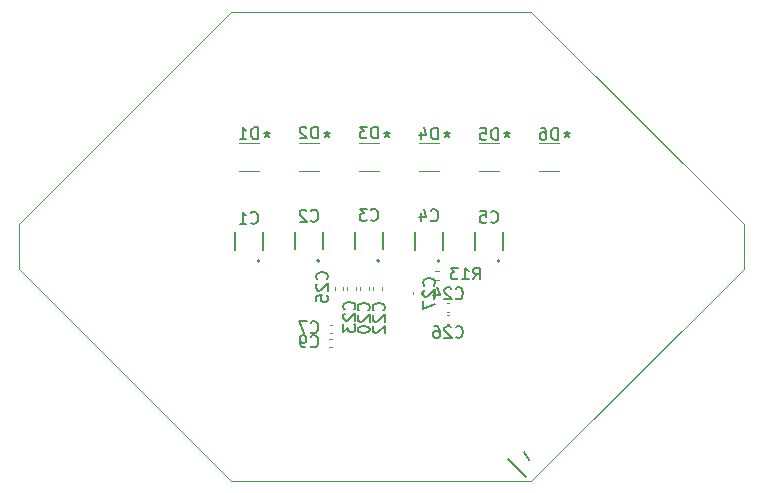
<source format=gbr>
%TF.GenerationSoftware,KiCad,Pcbnew,(7.0.0)*%
%TF.CreationDate,2023-03-06T19:10:06-05:00*%
%TF.ProjectId,cyton daisy,6379746f-6e20-4646-9169-73792e6b6963,rev?*%
%TF.SameCoordinates,Original*%
%TF.FileFunction,Legend,Bot*%
%TF.FilePolarity,Positive*%
%FSLAX46Y46*%
G04 Gerber Fmt 4.6, Leading zero omitted, Abs format (unit mm)*
G04 Created by KiCad (PCBNEW (7.0.0)) date 2023-03-06 19:10:06*
%MOMM*%
%LPD*%
G01*
G04 APERTURE LIST*
%ADD10C,0.152400*%
%ADD11C,0.150000*%
%ADD12C,0.120000*%
%ADD13C,0.127000*%
%ADD14C,0.200000*%
%TA.AperFunction,Profile*%
%ADD15C,0.101600*%
%TD*%
G04 APERTURE END LIST*
D10*
X151790400Y-113461800D02*
X152222200Y-114173000D01*
X150444200Y-114071400D02*
X151917400Y-115570000D01*
D11*
%TO.C,C27*%
X144129342Y-99382342D02*
X144176961Y-99334723D01*
X144176961Y-99334723D02*
X144224580Y-99191866D01*
X144224580Y-99191866D02*
X144224580Y-99096628D01*
X144224580Y-99096628D02*
X144176961Y-98953771D01*
X144176961Y-98953771D02*
X144081723Y-98858533D01*
X144081723Y-98858533D02*
X143986485Y-98810914D01*
X143986485Y-98810914D02*
X143796009Y-98763295D01*
X143796009Y-98763295D02*
X143653152Y-98763295D01*
X143653152Y-98763295D02*
X143462676Y-98810914D01*
X143462676Y-98810914D02*
X143367438Y-98858533D01*
X143367438Y-98858533D02*
X143272200Y-98953771D01*
X143272200Y-98953771D02*
X143224580Y-99096628D01*
X143224580Y-99096628D02*
X143224580Y-99191866D01*
X143224580Y-99191866D02*
X143272200Y-99334723D01*
X143272200Y-99334723D02*
X143319819Y-99382342D01*
X143319819Y-99763295D02*
X143272200Y-99810914D01*
X143272200Y-99810914D02*
X143224580Y-99906152D01*
X143224580Y-99906152D02*
X143224580Y-100144247D01*
X143224580Y-100144247D02*
X143272200Y-100239485D01*
X143272200Y-100239485D02*
X143319819Y-100287104D01*
X143319819Y-100287104D02*
X143415057Y-100334723D01*
X143415057Y-100334723D02*
X143510295Y-100334723D01*
X143510295Y-100334723D02*
X143653152Y-100287104D01*
X143653152Y-100287104D02*
X144224580Y-99715676D01*
X144224580Y-99715676D02*
X144224580Y-100334723D01*
X143224580Y-100668057D02*
X143224580Y-101334723D01*
X143224580Y-101334723D02*
X144224580Y-100906152D01*
%TO.C,C26*%
X145981657Y-103726342D02*
X146029276Y-103773961D01*
X146029276Y-103773961D02*
X146172133Y-103821580D01*
X146172133Y-103821580D02*
X146267371Y-103821580D01*
X146267371Y-103821580D02*
X146410228Y-103773961D01*
X146410228Y-103773961D02*
X146505466Y-103678723D01*
X146505466Y-103678723D02*
X146553085Y-103583485D01*
X146553085Y-103583485D02*
X146600704Y-103393009D01*
X146600704Y-103393009D02*
X146600704Y-103250152D01*
X146600704Y-103250152D02*
X146553085Y-103059676D01*
X146553085Y-103059676D02*
X146505466Y-102964438D01*
X146505466Y-102964438D02*
X146410228Y-102869200D01*
X146410228Y-102869200D02*
X146267371Y-102821580D01*
X146267371Y-102821580D02*
X146172133Y-102821580D01*
X146172133Y-102821580D02*
X146029276Y-102869200D01*
X146029276Y-102869200D02*
X145981657Y-102916819D01*
X145600704Y-102916819D02*
X145553085Y-102869200D01*
X145553085Y-102869200D02*
X145457847Y-102821580D01*
X145457847Y-102821580D02*
X145219752Y-102821580D01*
X145219752Y-102821580D02*
X145124514Y-102869200D01*
X145124514Y-102869200D02*
X145076895Y-102916819D01*
X145076895Y-102916819D02*
X145029276Y-103012057D01*
X145029276Y-103012057D02*
X145029276Y-103107295D01*
X145029276Y-103107295D02*
X145076895Y-103250152D01*
X145076895Y-103250152D02*
X145648323Y-103821580D01*
X145648323Y-103821580D02*
X145029276Y-103821580D01*
X144172133Y-102821580D02*
X144362609Y-102821580D01*
X144362609Y-102821580D02*
X144457847Y-102869200D01*
X144457847Y-102869200D02*
X144505466Y-102916819D01*
X144505466Y-102916819D02*
X144600704Y-103059676D01*
X144600704Y-103059676D02*
X144648323Y-103250152D01*
X144648323Y-103250152D02*
X144648323Y-103631104D01*
X144648323Y-103631104D02*
X144600704Y-103726342D01*
X144600704Y-103726342D02*
X144553085Y-103773961D01*
X144553085Y-103773961D02*
X144457847Y-103821580D01*
X144457847Y-103821580D02*
X144267371Y-103821580D01*
X144267371Y-103821580D02*
X144172133Y-103773961D01*
X144172133Y-103773961D02*
X144124514Y-103726342D01*
X144124514Y-103726342D02*
X144076895Y-103631104D01*
X144076895Y-103631104D02*
X144076895Y-103393009D01*
X144076895Y-103393009D02*
X144124514Y-103297771D01*
X144124514Y-103297771D02*
X144172133Y-103250152D01*
X144172133Y-103250152D02*
X144267371Y-103202533D01*
X144267371Y-103202533D02*
X144457847Y-103202533D01*
X144457847Y-103202533D02*
X144553085Y-103250152D01*
X144553085Y-103250152D02*
X144600704Y-103297771D01*
X144600704Y-103297771D02*
X144648323Y-103393009D01*
%TO.C,C25*%
X135069942Y-98848942D02*
X135117561Y-98801323D01*
X135117561Y-98801323D02*
X135165180Y-98658466D01*
X135165180Y-98658466D02*
X135165180Y-98563228D01*
X135165180Y-98563228D02*
X135117561Y-98420371D01*
X135117561Y-98420371D02*
X135022323Y-98325133D01*
X135022323Y-98325133D02*
X134927085Y-98277514D01*
X134927085Y-98277514D02*
X134736609Y-98229895D01*
X134736609Y-98229895D02*
X134593752Y-98229895D01*
X134593752Y-98229895D02*
X134403276Y-98277514D01*
X134403276Y-98277514D02*
X134308038Y-98325133D01*
X134308038Y-98325133D02*
X134212800Y-98420371D01*
X134212800Y-98420371D02*
X134165180Y-98563228D01*
X134165180Y-98563228D02*
X134165180Y-98658466D01*
X134165180Y-98658466D02*
X134212800Y-98801323D01*
X134212800Y-98801323D02*
X134260419Y-98848942D01*
X134260419Y-99229895D02*
X134212800Y-99277514D01*
X134212800Y-99277514D02*
X134165180Y-99372752D01*
X134165180Y-99372752D02*
X134165180Y-99610847D01*
X134165180Y-99610847D02*
X134212800Y-99706085D01*
X134212800Y-99706085D02*
X134260419Y-99753704D01*
X134260419Y-99753704D02*
X134355657Y-99801323D01*
X134355657Y-99801323D02*
X134450895Y-99801323D01*
X134450895Y-99801323D02*
X134593752Y-99753704D01*
X134593752Y-99753704D02*
X135165180Y-99182276D01*
X135165180Y-99182276D02*
X135165180Y-99801323D01*
X134165180Y-100706085D02*
X134165180Y-100229895D01*
X134165180Y-100229895D02*
X134641371Y-100182276D01*
X134641371Y-100182276D02*
X134593752Y-100229895D01*
X134593752Y-100229895D02*
X134546133Y-100325133D01*
X134546133Y-100325133D02*
X134546133Y-100563228D01*
X134546133Y-100563228D02*
X134593752Y-100658466D01*
X134593752Y-100658466D02*
X134641371Y-100706085D01*
X134641371Y-100706085D02*
X134736609Y-100753704D01*
X134736609Y-100753704D02*
X134974704Y-100753704D01*
X134974704Y-100753704D02*
X135069942Y-100706085D01*
X135069942Y-100706085D02*
X135117561Y-100658466D01*
X135117561Y-100658466D02*
X135165180Y-100563228D01*
X135165180Y-100563228D02*
X135165180Y-100325133D01*
X135165180Y-100325133D02*
X135117561Y-100229895D01*
X135117561Y-100229895D02*
X135069942Y-100182276D01*
%TO.C,C5*%
X148959866Y-93972742D02*
X149007485Y-94020361D01*
X149007485Y-94020361D02*
X149150342Y-94067980D01*
X149150342Y-94067980D02*
X149245580Y-94067980D01*
X149245580Y-94067980D02*
X149388437Y-94020361D01*
X149388437Y-94020361D02*
X149483675Y-93925123D01*
X149483675Y-93925123D02*
X149531294Y-93829885D01*
X149531294Y-93829885D02*
X149578913Y-93639409D01*
X149578913Y-93639409D02*
X149578913Y-93496552D01*
X149578913Y-93496552D02*
X149531294Y-93306076D01*
X149531294Y-93306076D02*
X149483675Y-93210838D01*
X149483675Y-93210838D02*
X149388437Y-93115600D01*
X149388437Y-93115600D02*
X149245580Y-93067980D01*
X149245580Y-93067980D02*
X149150342Y-93067980D01*
X149150342Y-93067980D02*
X149007485Y-93115600D01*
X149007485Y-93115600D02*
X148959866Y-93163219D01*
X148055104Y-93067980D02*
X148531294Y-93067980D01*
X148531294Y-93067980D02*
X148578913Y-93544171D01*
X148578913Y-93544171D02*
X148531294Y-93496552D01*
X148531294Y-93496552D02*
X148436056Y-93448933D01*
X148436056Y-93448933D02*
X148197961Y-93448933D01*
X148197961Y-93448933D02*
X148102723Y-93496552D01*
X148102723Y-93496552D02*
X148055104Y-93544171D01*
X148055104Y-93544171D02*
X148007485Y-93639409D01*
X148007485Y-93639409D02*
X148007485Y-93877504D01*
X148007485Y-93877504D02*
X148055104Y-93972742D01*
X148055104Y-93972742D02*
X148102723Y-94020361D01*
X148102723Y-94020361D02*
X148197961Y-94067980D01*
X148197961Y-94067980D02*
X148436056Y-94067980D01*
X148436056Y-94067980D02*
X148531294Y-94020361D01*
X148531294Y-94020361D02*
X148578913Y-93972742D01*
%TO.C,C4*%
X143879866Y-93845742D02*
X143927485Y-93893361D01*
X143927485Y-93893361D02*
X144070342Y-93940980D01*
X144070342Y-93940980D02*
X144165580Y-93940980D01*
X144165580Y-93940980D02*
X144308437Y-93893361D01*
X144308437Y-93893361D02*
X144403675Y-93798123D01*
X144403675Y-93798123D02*
X144451294Y-93702885D01*
X144451294Y-93702885D02*
X144498913Y-93512409D01*
X144498913Y-93512409D02*
X144498913Y-93369552D01*
X144498913Y-93369552D02*
X144451294Y-93179076D01*
X144451294Y-93179076D02*
X144403675Y-93083838D01*
X144403675Y-93083838D02*
X144308437Y-92988600D01*
X144308437Y-92988600D02*
X144165580Y-92940980D01*
X144165580Y-92940980D02*
X144070342Y-92940980D01*
X144070342Y-92940980D02*
X143927485Y-92988600D01*
X143927485Y-92988600D02*
X143879866Y-93036219D01*
X143022723Y-93274314D02*
X143022723Y-93940980D01*
X143260818Y-92893361D02*
X143498913Y-93607647D01*
X143498913Y-93607647D02*
X142879866Y-93607647D01*
%TO.C,C20*%
X138600542Y-101490542D02*
X138648161Y-101442923D01*
X138648161Y-101442923D02*
X138695780Y-101300066D01*
X138695780Y-101300066D02*
X138695780Y-101204828D01*
X138695780Y-101204828D02*
X138648161Y-101061971D01*
X138648161Y-101061971D02*
X138552923Y-100966733D01*
X138552923Y-100966733D02*
X138457685Y-100919114D01*
X138457685Y-100919114D02*
X138267209Y-100871495D01*
X138267209Y-100871495D02*
X138124352Y-100871495D01*
X138124352Y-100871495D02*
X137933876Y-100919114D01*
X137933876Y-100919114D02*
X137838638Y-100966733D01*
X137838638Y-100966733D02*
X137743400Y-101061971D01*
X137743400Y-101061971D02*
X137695780Y-101204828D01*
X137695780Y-101204828D02*
X137695780Y-101300066D01*
X137695780Y-101300066D02*
X137743400Y-101442923D01*
X137743400Y-101442923D02*
X137791019Y-101490542D01*
X137791019Y-101871495D02*
X137743400Y-101919114D01*
X137743400Y-101919114D02*
X137695780Y-102014352D01*
X137695780Y-102014352D02*
X137695780Y-102252447D01*
X137695780Y-102252447D02*
X137743400Y-102347685D01*
X137743400Y-102347685D02*
X137791019Y-102395304D01*
X137791019Y-102395304D02*
X137886257Y-102442923D01*
X137886257Y-102442923D02*
X137981495Y-102442923D01*
X137981495Y-102442923D02*
X138124352Y-102395304D01*
X138124352Y-102395304D02*
X138695780Y-101823876D01*
X138695780Y-101823876D02*
X138695780Y-102442923D01*
X137695780Y-103061971D02*
X137695780Y-103157209D01*
X137695780Y-103157209D02*
X137743400Y-103252447D01*
X137743400Y-103252447D02*
X137791019Y-103300066D01*
X137791019Y-103300066D02*
X137886257Y-103347685D01*
X137886257Y-103347685D02*
X138076733Y-103395304D01*
X138076733Y-103395304D02*
X138314828Y-103395304D01*
X138314828Y-103395304D02*
X138505304Y-103347685D01*
X138505304Y-103347685D02*
X138600542Y-103300066D01*
X138600542Y-103300066D02*
X138648161Y-103252447D01*
X138648161Y-103252447D02*
X138695780Y-103157209D01*
X138695780Y-103157209D02*
X138695780Y-103061971D01*
X138695780Y-103061971D02*
X138648161Y-102966733D01*
X138648161Y-102966733D02*
X138600542Y-102919114D01*
X138600542Y-102919114D02*
X138505304Y-102871495D01*
X138505304Y-102871495D02*
X138314828Y-102823876D01*
X138314828Y-102823876D02*
X138076733Y-102823876D01*
X138076733Y-102823876D02*
X137886257Y-102871495D01*
X137886257Y-102871495D02*
X137791019Y-102919114D01*
X137791019Y-102919114D02*
X137743400Y-102966733D01*
X137743400Y-102966733D02*
X137695780Y-103061971D01*
%TO.C,D4*%
X144451294Y-87006780D02*
X144451294Y-86006780D01*
X144451294Y-86006780D02*
X144213199Y-86006780D01*
X144213199Y-86006780D02*
X144070342Y-86054400D01*
X144070342Y-86054400D02*
X143975104Y-86149638D01*
X143975104Y-86149638D02*
X143927485Y-86244876D01*
X143927485Y-86244876D02*
X143879866Y-86435352D01*
X143879866Y-86435352D02*
X143879866Y-86578209D01*
X143879866Y-86578209D02*
X143927485Y-86768685D01*
X143927485Y-86768685D02*
X143975104Y-86863923D01*
X143975104Y-86863923D02*
X144070342Y-86959161D01*
X144070342Y-86959161D02*
X144213199Y-87006780D01*
X144213199Y-87006780D02*
X144451294Y-87006780D01*
X143022723Y-86340114D02*
X143022723Y-87006780D01*
X143260818Y-85959161D02*
X143498913Y-86673447D01*
X143498913Y-86673447D02*
X142879866Y-86673447D01*
X145237199Y-86336980D02*
X145237199Y-86575076D01*
X145475294Y-86479838D02*
X145237199Y-86575076D01*
X145237199Y-86575076D02*
X144999104Y-86479838D01*
X145380056Y-86765552D02*
X145237199Y-86575076D01*
X145237199Y-86575076D02*
X145094342Y-86765552D01*
%TO.C,R13*%
X147454857Y-98868580D02*
X147788190Y-98392390D01*
X148026285Y-98868580D02*
X148026285Y-97868580D01*
X148026285Y-97868580D02*
X147645333Y-97868580D01*
X147645333Y-97868580D02*
X147550095Y-97916200D01*
X147550095Y-97916200D02*
X147502476Y-97963819D01*
X147502476Y-97963819D02*
X147454857Y-98059057D01*
X147454857Y-98059057D02*
X147454857Y-98201914D01*
X147454857Y-98201914D02*
X147502476Y-98297152D01*
X147502476Y-98297152D02*
X147550095Y-98344771D01*
X147550095Y-98344771D02*
X147645333Y-98392390D01*
X147645333Y-98392390D02*
X148026285Y-98392390D01*
X146502476Y-98868580D02*
X147073904Y-98868580D01*
X146788190Y-98868580D02*
X146788190Y-97868580D01*
X146788190Y-97868580D02*
X146883428Y-98011438D01*
X146883428Y-98011438D02*
X146978666Y-98106676D01*
X146978666Y-98106676D02*
X147073904Y-98154295D01*
X146169142Y-97868580D02*
X145550095Y-97868580D01*
X145550095Y-97868580D02*
X145883428Y-98249533D01*
X145883428Y-98249533D02*
X145740571Y-98249533D01*
X145740571Y-98249533D02*
X145645333Y-98297152D01*
X145645333Y-98297152D02*
X145597714Y-98344771D01*
X145597714Y-98344771D02*
X145550095Y-98440009D01*
X145550095Y-98440009D02*
X145550095Y-98678104D01*
X145550095Y-98678104D02*
X145597714Y-98773342D01*
X145597714Y-98773342D02*
X145645333Y-98820961D01*
X145645333Y-98820961D02*
X145740571Y-98868580D01*
X145740571Y-98868580D02*
X146026285Y-98868580D01*
X146026285Y-98868580D02*
X146121523Y-98820961D01*
X146121523Y-98820961D02*
X146169142Y-98773342D01*
%TO.C,D6*%
X154611294Y-87032180D02*
X154611294Y-86032180D01*
X154611294Y-86032180D02*
X154373199Y-86032180D01*
X154373199Y-86032180D02*
X154230342Y-86079800D01*
X154230342Y-86079800D02*
X154135104Y-86175038D01*
X154135104Y-86175038D02*
X154087485Y-86270276D01*
X154087485Y-86270276D02*
X154039866Y-86460752D01*
X154039866Y-86460752D02*
X154039866Y-86603609D01*
X154039866Y-86603609D02*
X154087485Y-86794085D01*
X154087485Y-86794085D02*
X154135104Y-86889323D01*
X154135104Y-86889323D02*
X154230342Y-86984561D01*
X154230342Y-86984561D02*
X154373199Y-87032180D01*
X154373199Y-87032180D02*
X154611294Y-87032180D01*
X153182723Y-86032180D02*
X153373199Y-86032180D01*
X153373199Y-86032180D02*
X153468437Y-86079800D01*
X153468437Y-86079800D02*
X153516056Y-86127419D01*
X153516056Y-86127419D02*
X153611294Y-86270276D01*
X153611294Y-86270276D02*
X153658913Y-86460752D01*
X153658913Y-86460752D02*
X153658913Y-86841704D01*
X153658913Y-86841704D02*
X153611294Y-86936942D01*
X153611294Y-86936942D02*
X153563675Y-86984561D01*
X153563675Y-86984561D02*
X153468437Y-87032180D01*
X153468437Y-87032180D02*
X153277961Y-87032180D01*
X153277961Y-87032180D02*
X153182723Y-86984561D01*
X153182723Y-86984561D02*
X153135104Y-86936942D01*
X153135104Y-86936942D02*
X153087485Y-86841704D01*
X153087485Y-86841704D02*
X153087485Y-86603609D01*
X153087485Y-86603609D02*
X153135104Y-86508371D01*
X153135104Y-86508371D02*
X153182723Y-86460752D01*
X153182723Y-86460752D02*
X153277961Y-86413133D01*
X153277961Y-86413133D02*
X153468437Y-86413133D01*
X153468437Y-86413133D02*
X153563675Y-86460752D01*
X153563675Y-86460752D02*
X153611294Y-86508371D01*
X153611294Y-86508371D02*
X153658913Y-86603609D01*
X155397199Y-86336980D02*
X155397199Y-86575076D01*
X155635294Y-86479838D02*
X155397199Y-86575076D01*
X155397199Y-86575076D02*
X155159104Y-86479838D01*
X155540056Y-86765552D02*
X155397199Y-86575076D01*
X155397199Y-86575076D02*
X155254342Y-86765552D01*
%TO.C,C1*%
X128639866Y-94048942D02*
X128687485Y-94096561D01*
X128687485Y-94096561D02*
X128830342Y-94144180D01*
X128830342Y-94144180D02*
X128925580Y-94144180D01*
X128925580Y-94144180D02*
X129068437Y-94096561D01*
X129068437Y-94096561D02*
X129163675Y-94001323D01*
X129163675Y-94001323D02*
X129211294Y-93906085D01*
X129211294Y-93906085D02*
X129258913Y-93715609D01*
X129258913Y-93715609D02*
X129258913Y-93572752D01*
X129258913Y-93572752D02*
X129211294Y-93382276D01*
X129211294Y-93382276D02*
X129163675Y-93287038D01*
X129163675Y-93287038D02*
X129068437Y-93191800D01*
X129068437Y-93191800D02*
X128925580Y-93144180D01*
X128925580Y-93144180D02*
X128830342Y-93144180D01*
X128830342Y-93144180D02*
X128687485Y-93191800D01*
X128687485Y-93191800D02*
X128639866Y-93239419D01*
X127687485Y-94144180D02*
X128258913Y-94144180D01*
X127973199Y-94144180D02*
X127973199Y-93144180D01*
X127973199Y-93144180D02*
X128068437Y-93287038D01*
X128068437Y-93287038D02*
X128163675Y-93382276D01*
X128163675Y-93382276D02*
X128258913Y-93429895D01*
%TO.C,C9*%
X133719866Y-104513742D02*
X133767485Y-104561361D01*
X133767485Y-104561361D02*
X133910342Y-104608980D01*
X133910342Y-104608980D02*
X134005580Y-104608980D01*
X134005580Y-104608980D02*
X134148437Y-104561361D01*
X134148437Y-104561361D02*
X134243675Y-104466123D01*
X134243675Y-104466123D02*
X134291294Y-104370885D01*
X134291294Y-104370885D02*
X134338913Y-104180409D01*
X134338913Y-104180409D02*
X134338913Y-104037552D01*
X134338913Y-104037552D02*
X134291294Y-103847076D01*
X134291294Y-103847076D02*
X134243675Y-103751838D01*
X134243675Y-103751838D02*
X134148437Y-103656600D01*
X134148437Y-103656600D02*
X134005580Y-103608980D01*
X134005580Y-103608980D02*
X133910342Y-103608980D01*
X133910342Y-103608980D02*
X133767485Y-103656600D01*
X133767485Y-103656600D02*
X133719866Y-103704219D01*
X133243675Y-104608980D02*
X133053199Y-104608980D01*
X133053199Y-104608980D02*
X132957961Y-104561361D01*
X132957961Y-104561361D02*
X132910342Y-104513742D01*
X132910342Y-104513742D02*
X132815104Y-104370885D01*
X132815104Y-104370885D02*
X132767485Y-104180409D01*
X132767485Y-104180409D02*
X132767485Y-103799457D01*
X132767485Y-103799457D02*
X132815104Y-103704219D01*
X132815104Y-103704219D02*
X132862723Y-103656600D01*
X132862723Y-103656600D02*
X132957961Y-103608980D01*
X132957961Y-103608980D02*
X133148437Y-103608980D01*
X133148437Y-103608980D02*
X133243675Y-103656600D01*
X133243675Y-103656600D02*
X133291294Y-103704219D01*
X133291294Y-103704219D02*
X133338913Y-103799457D01*
X133338913Y-103799457D02*
X133338913Y-104037552D01*
X133338913Y-104037552D02*
X133291294Y-104132790D01*
X133291294Y-104132790D02*
X133243675Y-104180409D01*
X133243675Y-104180409D02*
X133148437Y-104228028D01*
X133148437Y-104228028D02*
X132957961Y-104228028D01*
X132957961Y-104228028D02*
X132862723Y-104180409D01*
X132862723Y-104180409D02*
X132815104Y-104132790D01*
X132815104Y-104132790D02*
X132767485Y-104037552D01*
%TO.C,D3*%
X139371294Y-86930580D02*
X139371294Y-85930580D01*
X139371294Y-85930580D02*
X139133199Y-85930580D01*
X139133199Y-85930580D02*
X138990342Y-85978200D01*
X138990342Y-85978200D02*
X138895104Y-86073438D01*
X138895104Y-86073438D02*
X138847485Y-86168676D01*
X138847485Y-86168676D02*
X138799866Y-86359152D01*
X138799866Y-86359152D02*
X138799866Y-86502009D01*
X138799866Y-86502009D02*
X138847485Y-86692485D01*
X138847485Y-86692485D02*
X138895104Y-86787723D01*
X138895104Y-86787723D02*
X138990342Y-86882961D01*
X138990342Y-86882961D02*
X139133199Y-86930580D01*
X139133199Y-86930580D02*
X139371294Y-86930580D01*
X138466532Y-85930580D02*
X137847485Y-85930580D01*
X137847485Y-85930580D02*
X138180818Y-86311533D01*
X138180818Y-86311533D02*
X138037961Y-86311533D01*
X138037961Y-86311533D02*
X137942723Y-86359152D01*
X137942723Y-86359152D02*
X137895104Y-86406771D01*
X137895104Y-86406771D02*
X137847485Y-86502009D01*
X137847485Y-86502009D02*
X137847485Y-86740104D01*
X137847485Y-86740104D02*
X137895104Y-86835342D01*
X137895104Y-86835342D02*
X137942723Y-86882961D01*
X137942723Y-86882961D02*
X138037961Y-86930580D01*
X138037961Y-86930580D02*
X138323675Y-86930580D01*
X138323675Y-86930580D02*
X138418913Y-86882961D01*
X138418913Y-86882961D02*
X138466532Y-86835342D01*
X140157199Y-86336980D02*
X140157199Y-86575076D01*
X140395294Y-86479838D02*
X140157199Y-86575076D01*
X140157199Y-86575076D02*
X139919104Y-86479838D01*
X140300056Y-86765552D02*
X140157199Y-86575076D01*
X140157199Y-86575076D02*
X140014342Y-86765552D01*
%TO.C,C23*%
X137381342Y-101388942D02*
X137428961Y-101341323D01*
X137428961Y-101341323D02*
X137476580Y-101198466D01*
X137476580Y-101198466D02*
X137476580Y-101103228D01*
X137476580Y-101103228D02*
X137428961Y-100960371D01*
X137428961Y-100960371D02*
X137333723Y-100865133D01*
X137333723Y-100865133D02*
X137238485Y-100817514D01*
X137238485Y-100817514D02*
X137048009Y-100769895D01*
X137048009Y-100769895D02*
X136905152Y-100769895D01*
X136905152Y-100769895D02*
X136714676Y-100817514D01*
X136714676Y-100817514D02*
X136619438Y-100865133D01*
X136619438Y-100865133D02*
X136524200Y-100960371D01*
X136524200Y-100960371D02*
X136476580Y-101103228D01*
X136476580Y-101103228D02*
X136476580Y-101198466D01*
X136476580Y-101198466D02*
X136524200Y-101341323D01*
X136524200Y-101341323D02*
X136571819Y-101388942D01*
X136571819Y-101769895D02*
X136524200Y-101817514D01*
X136524200Y-101817514D02*
X136476580Y-101912752D01*
X136476580Y-101912752D02*
X136476580Y-102150847D01*
X136476580Y-102150847D02*
X136524200Y-102246085D01*
X136524200Y-102246085D02*
X136571819Y-102293704D01*
X136571819Y-102293704D02*
X136667057Y-102341323D01*
X136667057Y-102341323D02*
X136762295Y-102341323D01*
X136762295Y-102341323D02*
X136905152Y-102293704D01*
X136905152Y-102293704D02*
X137476580Y-101722276D01*
X137476580Y-101722276D02*
X137476580Y-102341323D01*
X136476580Y-102674657D02*
X136476580Y-103293704D01*
X136476580Y-103293704D02*
X136857533Y-102960371D01*
X136857533Y-102960371D02*
X136857533Y-103103228D01*
X136857533Y-103103228D02*
X136905152Y-103198466D01*
X136905152Y-103198466D02*
X136952771Y-103246085D01*
X136952771Y-103246085D02*
X137048009Y-103293704D01*
X137048009Y-103293704D02*
X137286104Y-103293704D01*
X137286104Y-103293704D02*
X137381342Y-103246085D01*
X137381342Y-103246085D02*
X137428961Y-103198466D01*
X137428961Y-103198466D02*
X137476580Y-103103228D01*
X137476580Y-103103228D02*
X137476580Y-102817514D01*
X137476580Y-102817514D02*
X137428961Y-102722276D01*
X137428961Y-102722276D02*
X137381342Y-102674657D01*
%TO.C,C3*%
X138799866Y-93794942D02*
X138847485Y-93842561D01*
X138847485Y-93842561D02*
X138990342Y-93890180D01*
X138990342Y-93890180D02*
X139085580Y-93890180D01*
X139085580Y-93890180D02*
X139228437Y-93842561D01*
X139228437Y-93842561D02*
X139323675Y-93747323D01*
X139323675Y-93747323D02*
X139371294Y-93652085D01*
X139371294Y-93652085D02*
X139418913Y-93461609D01*
X139418913Y-93461609D02*
X139418913Y-93318752D01*
X139418913Y-93318752D02*
X139371294Y-93128276D01*
X139371294Y-93128276D02*
X139323675Y-93033038D01*
X139323675Y-93033038D02*
X139228437Y-92937800D01*
X139228437Y-92937800D02*
X139085580Y-92890180D01*
X139085580Y-92890180D02*
X138990342Y-92890180D01*
X138990342Y-92890180D02*
X138847485Y-92937800D01*
X138847485Y-92937800D02*
X138799866Y-92985419D01*
X138466532Y-92890180D02*
X137847485Y-92890180D01*
X137847485Y-92890180D02*
X138180818Y-93271133D01*
X138180818Y-93271133D02*
X138037961Y-93271133D01*
X138037961Y-93271133D02*
X137942723Y-93318752D01*
X137942723Y-93318752D02*
X137895104Y-93366371D01*
X137895104Y-93366371D02*
X137847485Y-93461609D01*
X137847485Y-93461609D02*
X137847485Y-93699704D01*
X137847485Y-93699704D02*
X137895104Y-93794942D01*
X137895104Y-93794942D02*
X137942723Y-93842561D01*
X137942723Y-93842561D02*
X138037961Y-93890180D01*
X138037961Y-93890180D02*
X138323675Y-93890180D01*
X138323675Y-93890180D02*
X138418913Y-93842561D01*
X138418913Y-93842561D02*
X138466532Y-93794942D01*
%TO.C,C24*%
X145981657Y-100449742D02*
X146029276Y-100497361D01*
X146029276Y-100497361D02*
X146172133Y-100544980D01*
X146172133Y-100544980D02*
X146267371Y-100544980D01*
X146267371Y-100544980D02*
X146410228Y-100497361D01*
X146410228Y-100497361D02*
X146505466Y-100402123D01*
X146505466Y-100402123D02*
X146553085Y-100306885D01*
X146553085Y-100306885D02*
X146600704Y-100116409D01*
X146600704Y-100116409D02*
X146600704Y-99973552D01*
X146600704Y-99973552D02*
X146553085Y-99783076D01*
X146553085Y-99783076D02*
X146505466Y-99687838D01*
X146505466Y-99687838D02*
X146410228Y-99592600D01*
X146410228Y-99592600D02*
X146267371Y-99544980D01*
X146267371Y-99544980D02*
X146172133Y-99544980D01*
X146172133Y-99544980D02*
X146029276Y-99592600D01*
X146029276Y-99592600D02*
X145981657Y-99640219D01*
X145600704Y-99640219D02*
X145553085Y-99592600D01*
X145553085Y-99592600D02*
X145457847Y-99544980D01*
X145457847Y-99544980D02*
X145219752Y-99544980D01*
X145219752Y-99544980D02*
X145124514Y-99592600D01*
X145124514Y-99592600D02*
X145076895Y-99640219D01*
X145076895Y-99640219D02*
X145029276Y-99735457D01*
X145029276Y-99735457D02*
X145029276Y-99830695D01*
X145029276Y-99830695D02*
X145076895Y-99973552D01*
X145076895Y-99973552D02*
X145648323Y-100544980D01*
X145648323Y-100544980D02*
X145029276Y-100544980D01*
X144172133Y-99878314D02*
X144172133Y-100544980D01*
X144410228Y-99497361D02*
X144648323Y-100211647D01*
X144648323Y-100211647D02*
X144029276Y-100211647D01*
%TO.C,D1*%
X129211294Y-86981380D02*
X129211294Y-85981380D01*
X129211294Y-85981380D02*
X128973199Y-85981380D01*
X128973199Y-85981380D02*
X128830342Y-86029000D01*
X128830342Y-86029000D02*
X128735104Y-86124238D01*
X128735104Y-86124238D02*
X128687485Y-86219476D01*
X128687485Y-86219476D02*
X128639866Y-86409952D01*
X128639866Y-86409952D02*
X128639866Y-86552809D01*
X128639866Y-86552809D02*
X128687485Y-86743285D01*
X128687485Y-86743285D02*
X128735104Y-86838523D01*
X128735104Y-86838523D02*
X128830342Y-86933761D01*
X128830342Y-86933761D02*
X128973199Y-86981380D01*
X128973199Y-86981380D02*
X129211294Y-86981380D01*
X127687485Y-86981380D02*
X128258913Y-86981380D01*
X127973199Y-86981380D02*
X127973199Y-85981380D01*
X127973199Y-85981380D02*
X128068437Y-86124238D01*
X128068437Y-86124238D02*
X128163675Y-86219476D01*
X128163675Y-86219476D02*
X128258913Y-86267095D01*
X129997199Y-86336980D02*
X129997199Y-86575076D01*
X130235294Y-86479838D02*
X129997199Y-86575076D01*
X129997199Y-86575076D02*
X129759104Y-86479838D01*
X130140056Y-86765552D02*
X129997199Y-86575076D01*
X129997199Y-86575076D02*
X129854342Y-86765552D01*
%TO.C,C2*%
X133719866Y-93871142D02*
X133767485Y-93918761D01*
X133767485Y-93918761D02*
X133910342Y-93966380D01*
X133910342Y-93966380D02*
X134005580Y-93966380D01*
X134005580Y-93966380D02*
X134148437Y-93918761D01*
X134148437Y-93918761D02*
X134243675Y-93823523D01*
X134243675Y-93823523D02*
X134291294Y-93728285D01*
X134291294Y-93728285D02*
X134338913Y-93537809D01*
X134338913Y-93537809D02*
X134338913Y-93394952D01*
X134338913Y-93394952D02*
X134291294Y-93204476D01*
X134291294Y-93204476D02*
X134243675Y-93109238D01*
X134243675Y-93109238D02*
X134148437Y-93014000D01*
X134148437Y-93014000D02*
X134005580Y-92966380D01*
X134005580Y-92966380D02*
X133910342Y-92966380D01*
X133910342Y-92966380D02*
X133767485Y-93014000D01*
X133767485Y-93014000D02*
X133719866Y-93061619D01*
X133338913Y-93061619D02*
X133291294Y-93014000D01*
X133291294Y-93014000D02*
X133196056Y-92966380D01*
X133196056Y-92966380D02*
X132957961Y-92966380D01*
X132957961Y-92966380D02*
X132862723Y-93014000D01*
X132862723Y-93014000D02*
X132815104Y-93061619D01*
X132815104Y-93061619D02*
X132767485Y-93156857D01*
X132767485Y-93156857D02*
X132767485Y-93252095D01*
X132767485Y-93252095D02*
X132815104Y-93394952D01*
X132815104Y-93394952D02*
X133386532Y-93966380D01*
X133386532Y-93966380D02*
X132767485Y-93966380D01*
%TO.C,C22*%
X139870542Y-101490542D02*
X139918161Y-101442923D01*
X139918161Y-101442923D02*
X139965780Y-101300066D01*
X139965780Y-101300066D02*
X139965780Y-101204828D01*
X139965780Y-101204828D02*
X139918161Y-101061971D01*
X139918161Y-101061971D02*
X139822923Y-100966733D01*
X139822923Y-100966733D02*
X139727685Y-100919114D01*
X139727685Y-100919114D02*
X139537209Y-100871495D01*
X139537209Y-100871495D02*
X139394352Y-100871495D01*
X139394352Y-100871495D02*
X139203876Y-100919114D01*
X139203876Y-100919114D02*
X139108638Y-100966733D01*
X139108638Y-100966733D02*
X139013400Y-101061971D01*
X139013400Y-101061971D02*
X138965780Y-101204828D01*
X138965780Y-101204828D02*
X138965780Y-101300066D01*
X138965780Y-101300066D02*
X139013400Y-101442923D01*
X139013400Y-101442923D02*
X139061019Y-101490542D01*
X139061019Y-101871495D02*
X139013400Y-101919114D01*
X139013400Y-101919114D02*
X138965780Y-102014352D01*
X138965780Y-102014352D02*
X138965780Y-102252447D01*
X138965780Y-102252447D02*
X139013400Y-102347685D01*
X139013400Y-102347685D02*
X139061019Y-102395304D01*
X139061019Y-102395304D02*
X139156257Y-102442923D01*
X139156257Y-102442923D02*
X139251495Y-102442923D01*
X139251495Y-102442923D02*
X139394352Y-102395304D01*
X139394352Y-102395304D02*
X139965780Y-101823876D01*
X139965780Y-101823876D02*
X139965780Y-102442923D01*
X139061019Y-102823876D02*
X139013400Y-102871495D01*
X139013400Y-102871495D02*
X138965780Y-102966733D01*
X138965780Y-102966733D02*
X138965780Y-103204828D01*
X138965780Y-103204828D02*
X139013400Y-103300066D01*
X139013400Y-103300066D02*
X139061019Y-103347685D01*
X139061019Y-103347685D02*
X139156257Y-103395304D01*
X139156257Y-103395304D02*
X139251495Y-103395304D01*
X139251495Y-103395304D02*
X139394352Y-103347685D01*
X139394352Y-103347685D02*
X139965780Y-102776257D01*
X139965780Y-102776257D02*
X139965780Y-103395304D01*
%TO.C,D2*%
X134291294Y-86930580D02*
X134291294Y-85930580D01*
X134291294Y-85930580D02*
X134053199Y-85930580D01*
X134053199Y-85930580D02*
X133910342Y-85978200D01*
X133910342Y-85978200D02*
X133815104Y-86073438D01*
X133815104Y-86073438D02*
X133767485Y-86168676D01*
X133767485Y-86168676D02*
X133719866Y-86359152D01*
X133719866Y-86359152D02*
X133719866Y-86502009D01*
X133719866Y-86502009D02*
X133767485Y-86692485D01*
X133767485Y-86692485D02*
X133815104Y-86787723D01*
X133815104Y-86787723D02*
X133910342Y-86882961D01*
X133910342Y-86882961D02*
X134053199Y-86930580D01*
X134053199Y-86930580D02*
X134291294Y-86930580D01*
X133338913Y-86025819D02*
X133291294Y-85978200D01*
X133291294Y-85978200D02*
X133196056Y-85930580D01*
X133196056Y-85930580D02*
X132957961Y-85930580D01*
X132957961Y-85930580D02*
X132862723Y-85978200D01*
X132862723Y-85978200D02*
X132815104Y-86025819D01*
X132815104Y-86025819D02*
X132767485Y-86121057D01*
X132767485Y-86121057D02*
X132767485Y-86216295D01*
X132767485Y-86216295D02*
X132815104Y-86359152D01*
X132815104Y-86359152D02*
X133386532Y-86930580D01*
X133386532Y-86930580D02*
X132767485Y-86930580D01*
X135077199Y-86336980D02*
X135077199Y-86575076D01*
X135315294Y-86479838D02*
X135077199Y-86575076D01*
X135077199Y-86575076D02*
X134839104Y-86479838D01*
X135220056Y-86765552D02*
X135077199Y-86575076D01*
X135077199Y-86575076D02*
X134934342Y-86765552D01*
%TO.C,C7*%
X133719866Y-103319942D02*
X133767485Y-103367561D01*
X133767485Y-103367561D02*
X133910342Y-103415180D01*
X133910342Y-103415180D02*
X134005580Y-103415180D01*
X134005580Y-103415180D02*
X134148437Y-103367561D01*
X134148437Y-103367561D02*
X134243675Y-103272323D01*
X134243675Y-103272323D02*
X134291294Y-103177085D01*
X134291294Y-103177085D02*
X134338913Y-102986609D01*
X134338913Y-102986609D02*
X134338913Y-102843752D01*
X134338913Y-102843752D02*
X134291294Y-102653276D01*
X134291294Y-102653276D02*
X134243675Y-102558038D01*
X134243675Y-102558038D02*
X134148437Y-102462800D01*
X134148437Y-102462800D02*
X134005580Y-102415180D01*
X134005580Y-102415180D02*
X133910342Y-102415180D01*
X133910342Y-102415180D02*
X133767485Y-102462800D01*
X133767485Y-102462800D02*
X133719866Y-102510419D01*
X133386532Y-102415180D02*
X132719866Y-102415180D01*
X132719866Y-102415180D02*
X133148437Y-103415180D01*
%TO.C,D5*%
X149531294Y-87057580D02*
X149531294Y-86057580D01*
X149531294Y-86057580D02*
X149293199Y-86057580D01*
X149293199Y-86057580D02*
X149150342Y-86105200D01*
X149150342Y-86105200D02*
X149055104Y-86200438D01*
X149055104Y-86200438D02*
X149007485Y-86295676D01*
X149007485Y-86295676D02*
X148959866Y-86486152D01*
X148959866Y-86486152D02*
X148959866Y-86629009D01*
X148959866Y-86629009D02*
X149007485Y-86819485D01*
X149007485Y-86819485D02*
X149055104Y-86914723D01*
X149055104Y-86914723D02*
X149150342Y-87009961D01*
X149150342Y-87009961D02*
X149293199Y-87057580D01*
X149293199Y-87057580D02*
X149531294Y-87057580D01*
X148055104Y-86057580D02*
X148531294Y-86057580D01*
X148531294Y-86057580D02*
X148578913Y-86533771D01*
X148578913Y-86533771D02*
X148531294Y-86486152D01*
X148531294Y-86486152D02*
X148436056Y-86438533D01*
X148436056Y-86438533D02*
X148197961Y-86438533D01*
X148197961Y-86438533D02*
X148102723Y-86486152D01*
X148102723Y-86486152D02*
X148055104Y-86533771D01*
X148055104Y-86533771D02*
X148007485Y-86629009D01*
X148007485Y-86629009D02*
X148007485Y-86867104D01*
X148007485Y-86867104D02*
X148055104Y-86962342D01*
X148055104Y-86962342D02*
X148102723Y-87009961D01*
X148102723Y-87009961D02*
X148197961Y-87057580D01*
X148197961Y-87057580D02*
X148436056Y-87057580D01*
X148436056Y-87057580D02*
X148531294Y-87009961D01*
X148531294Y-87009961D02*
X148578913Y-86962342D01*
X150317199Y-86336980D02*
X150317199Y-86575076D01*
X150555294Y-86479838D02*
X150317199Y-86575076D01*
X150317199Y-86575076D02*
X150079104Y-86479838D01*
X150460056Y-86765552D02*
X150317199Y-86575076D01*
X150317199Y-86575076D02*
X150174342Y-86765552D01*
D12*
%TO.C,C27*%
X142337200Y-100133036D02*
X142337200Y-99917364D01*
X143057200Y-100133036D02*
X143057200Y-99917364D01*
%TO.C,C26*%
X145446636Y-102620400D02*
X145230964Y-102620400D01*
X145446636Y-101900400D02*
X145230964Y-101900400D01*
%TO.C,C25*%
X136453200Y-99508364D02*
X136453200Y-99724036D01*
X135733200Y-99508364D02*
X135733200Y-99724036D01*
D13*
%TO.C,C5*%
X149962200Y-96335600D02*
X149962200Y-94875600D01*
X147624200Y-94875600D02*
X147624200Y-96335600D01*
D14*
X149693200Y-97305600D02*
G75*
G03*
X149693200Y-97305600I-100000J0D01*
G01*
D13*
%TO.C,C4*%
X144882200Y-96335600D02*
X144882200Y-94875600D01*
X142544200Y-94875600D02*
X142544200Y-96335600D01*
D14*
X144613200Y-97305600D02*
G75*
G03*
X144613200Y-97305600I-100000J0D01*
G01*
D12*
%TO.C,C20*%
X138612200Y-99508364D02*
X138612200Y-99724036D01*
X137892200Y-99508364D02*
X137892200Y-99724036D01*
%TO.C,D4*%
X144551400Y-89700100D02*
X142875000Y-89700100D01*
X142875000Y-87287100D02*
X144551400Y-87287100D01*
%TO.C,R13*%
X144245359Y-98121200D02*
X144552641Y-98121200D01*
X144245359Y-98881200D02*
X144552641Y-98881200D01*
%TO.C,D6*%
X154711400Y-89700100D02*
X153035000Y-89700100D01*
X153035000Y-87287100D02*
X154711400Y-87287100D01*
D13*
%TO.C,C1*%
X129642200Y-96335600D02*
X129642200Y-94875600D01*
X127304200Y-94875600D02*
X127304200Y-96335600D01*
D14*
X129373200Y-97305600D02*
G75*
G03*
X129373200Y-97305600I-100000J0D01*
G01*
D12*
%TO.C,C9*%
X135274164Y-103884200D02*
X135489836Y-103884200D01*
X135274164Y-104604200D02*
X135489836Y-104604200D01*
%TO.C,D3*%
X139471400Y-89700100D02*
X137795000Y-89700100D01*
X137795000Y-87287100D02*
X139471400Y-87287100D01*
%TO.C,C23*%
X137520000Y-99508364D02*
X137520000Y-99724036D01*
X136800000Y-99508364D02*
X136800000Y-99724036D01*
D13*
%TO.C,C3*%
X139802200Y-96321300D02*
X139802200Y-94861300D01*
X137464200Y-94861300D02*
X137464200Y-96321300D01*
D14*
X139533200Y-97291300D02*
G75*
G03*
X139533200Y-97291300I-100000J0D01*
G01*
D12*
%TO.C,C24*%
X145446636Y-101604400D02*
X145230964Y-101604400D01*
X145446636Y-100884400D02*
X145230964Y-100884400D01*
%TO.C,D1*%
X129311400Y-89700100D02*
X127635000Y-89700100D01*
X127635000Y-87287100D02*
X129311400Y-87287100D01*
D13*
%TO.C,C2*%
X134722200Y-96310200D02*
X134722200Y-94850200D01*
X132384200Y-94850200D02*
X132384200Y-96310200D01*
D14*
X134453200Y-97280200D02*
G75*
G03*
X134453200Y-97280200I-100000J0D01*
G01*
D12*
%TO.C,C22*%
X139704400Y-99508364D02*
X139704400Y-99724036D01*
X138984400Y-99508364D02*
X138984400Y-99724036D01*
%TO.C,D2*%
X134391400Y-89700100D02*
X132715000Y-89700100D01*
X132715000Y-87287100D02*
X134391400Y-87287100D01*
%TO.C,C7*%
X135324964Y-102687800D02*
X135540636Y-102687800D01*
X135324964Y-103407800D02*
X135540636Y-103407800D01*
%TO.C,D5*%
X149631400Y-89700100D02*
X147955000Y-89700100D01*
X147955000Y-87287100D02*
X149631400Y-87287100D01*
%TD*%
D15*
X170357800Y-94183200D02*
X170357800Y-97942400D01*
X152374600Y-115900200D01*
X126974600Y-115900200D01*
X108991400Y-97942400D01*
X108991400Y-94208600D01*
X126974600Y-76225400D01*
X152400000Y-76225400D01*
X170357800Y-94183200D01*
M02*

</source>
